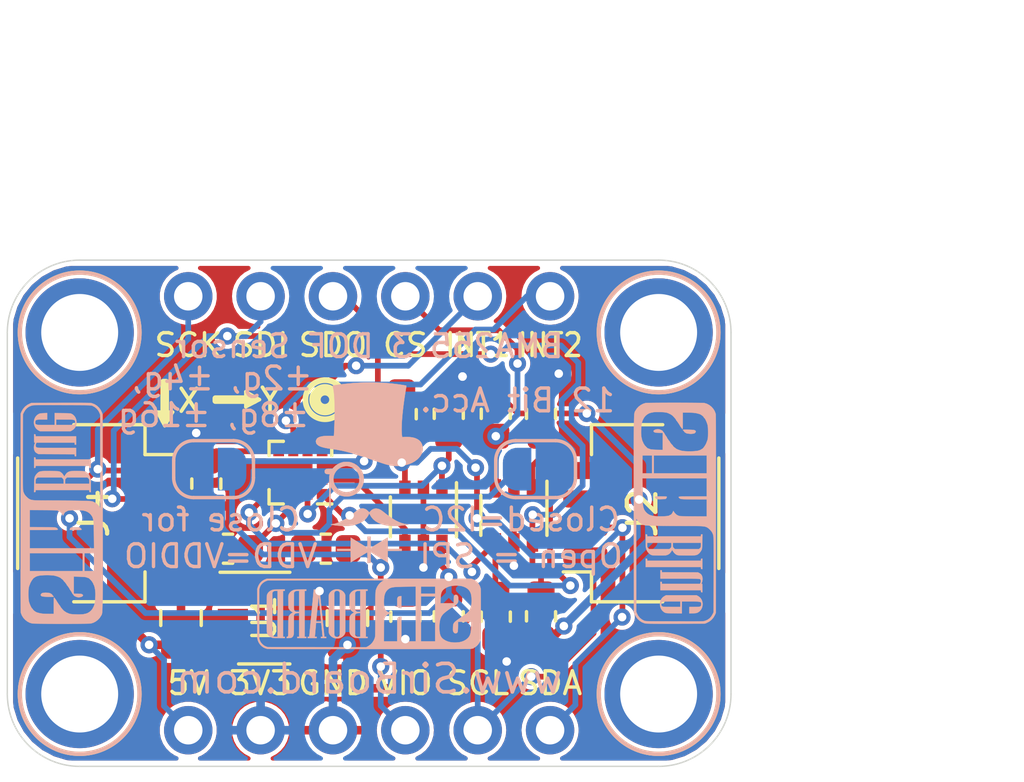
<source format=kicad_pcb>
(kicad_pcb (version 20171130) (host pcbnew "(5.1.2)-2")
  (title_block (title "BMA255 Breakout with 5V Level Shift") (date 2020-03-07) (rev 1) (company SirBoard) (comment 1 "Accelerometer: ±2g, ±4g, ±8g, ±16g") (comment 2 "Digital 12 Bit Accelerometer with I2C and SPI") (comment 3 "BMA255 - SirBlue"))
  (layers (0 F.Cu signal) (31 B.Cu signal) (34 B.Paste user hide) (35 F.Paste user hide) (36 B.SilkS user) (37 F.SilkS user) (38 B.Mask user hide) (39 F.Mask user hide) (44 Edge.Cuts user))
  (net 0 "")
  (net 1 GND)
  (net 2 5V)
  (net 3 3V3)
  (net 4 "Net-(U1-Pad4)")
  (net 5 SCL_5V)
  (net 6 SDA_3V3)
  (net 7 SDA_5V)
  (net 8 SCL_3V3)
  (net 9 CS_5V)
  (net 10 CS_3V3)
  (net 11 SDO_5V)
  (net 12 SDO_3V3)
  (net 13 VDDIO)
  (net 14 INT2)
  (net 15 INT1)
  (net 16 "Net-(JP2-Pad1)")
  (net 17 "Net-(U2-Pad4)")
  (module Package_LGA:LGA-12_2x2mm_P0.5mm (layer F.Cu) (at 62.8645 34.54 180)
    (fp_text reference U2 hide)
    (fp_text value BMA255)
    (pad 12 smd rect (at -0.25 -0.7625 270) (size 0.375 0.35) (layers F.Cu F.Paste F.Mask) (net 8 SCL_3V3))
    (pad 11 smd rect (at 0.25 -0.7625 270) (size 0.375 0.35) (layers F.Cu F.Paste F.Mask) (net 16 "Net-(JP2-Pad1)"))
    (pad 6 smd rect (at 0.25 0.7625 270) (size 0.375 0.35) (layers F.Cu F.Paste F.Mask) (net 14 INT2))
    (pad 5 smd rect (at -0.25 0.7625 270) (size 0.375 0.35) (layers F.Cu F.Paste F.Mask) (net 15 INT1))
    (pad 10 smd rect (at 0.7625 -0.75 180) (size 0.375 0.35) (layers F.Cu F.Paste F.Mask) (net 10 CS_3V3))
    (pad 1 smd rect (at -0.7625 -0.75 180) (size 0.375 0.35) (layers F.Cu F.Paste F.Mask) (net 12 SDO_3V3))
    (pad 7 smd rect (at 0.7625 0.75 180) (size 0.375 0.35) (layers F.Cu F.Paste F.Mask) (net 3 3V3))
    (pad 4 smd rect (at -0.7625 0.75 180) (size 0.375 0.35) (layers F.Cu F.Paste F.Mask) (net 17 "Net-(U2-Pad4)"))
    (pad 8 smd rect (at 0.7625 0.25 180) (size 0.375 0.35) (layers F.Cu F.Paste F.Mask) (net 1 GND))
    (pad 9 smd rect (at 0.7625 -0.25 180) (size 0.375 0.35) (layers F.Cu F.Paste F.Mask) (net 1 GND))
    (pad 3 smd rect (at -0.7625 0.25 180) (size 0.375 0.35) (layers F.Cu F.Paste F.Mask) (net 13 VDDIO))
    (pad 2 smd rect (at -0.7625 -0.25 180) (size 0.375 0.35) (layers F.Cu F.Paste F.Mask) (net 6 SDA_3V3))
  )
  (module Resistor_SMD:R_0603_1608Metric (layer F.Cu) (at 60.325 37.211 180)
    (fp_text reference R9 hide)
    (fp_text value 10K)
    (pad 2 smd roundrect (at 0.7875 0 180) (size 0.875 0.95) (layers F.Cu F.Paste F.Mask) (net 1 GND))
    (pad 1 smd roundrect (at -0.7875 0 180) (size 0.875 0.95) (layers F.Cu F.Paste F.Mask) (net 16 "Net-(JP2-Pad1)"))
  )
  (module Jumper:SolderJumper-2_P1.3mm_Open_RoundedPad1.0x1.5mm (layer B.Cu) (at 71.12 34.417)
    (fp_text reference JP2 hide)
    (fp_text value SolderJumper_2_Open)
    (pad 2 smd custom (at 0.65 0) (size 1 0.5) (layers B.Cu B.Mask) (net 3 3V3) (options (clearance outline) (anchor rect)) (primitives (gr_circle (center 0 -0.25) (end 0.5 -0.25) (width 0)) (gr_circle (center 0 0.25) (end 0.5 0.25) (width 0)) (gr_poly (pts (xy 0 0.75) (xy -0.5 0.75) (xy -0.5 -0.75) (xy 0 -0.75)) (width 0))))
    (pad 1 smd custom (at -0.65 0) (size 1 0.5) (layers B.Cu B.Mask) (net 16 "Net-(JP2-Pad1)") (options (clearance outline) (anchor rect)) (primitives (gr_circle (center 0 -0.25) (end 0.5 -0.25) (width 0)) (gr_circle (center 0 0.25) (end 0.5 0.25) (width 0)) (gr_poly (pts (xy 0 0.75) (xy 0.5 0.75) (xy 0.5 -0.75) (xy 0 -0.75)) (width 0))))
  )
  (module Jumper:SolderJumper-2_P1.3mm_Open_RoundedPad1.0x1.5mm (layer B.Cu) (at 59.817 34.417)
    (fp_text reference JP1 hide)
    (fp_text value SolderJumper_2_Open)
    (pad 1 smd custom (at -0.65 0) (size 1 0.5) (layers B.Cu B.Mask) (net 3 3V3) (options (clearance outline) (anchor rect)) (primitives (gr_circle (center 0 -0.25) (end 0.5 -0.25) (width 0)) (gr_circle (center 0 0.25) (end 0.5 0.25) (width 0)) (gr_poly (pts (xy 0 0.75) (xy 0.5 0.75) (xy 0.5 -0.75) (xy 0 -0.75)) (width 0))))
    (pad 2 smd custom (at 0.65 0) (size 1 0.5) (layers B.Cu B.Mask) (net 13 VDDIO) (options (clearance outline) (anchor rect)) (primitives (gr_circle (center 0 -0.25) (end 0.5 -0.25) (width 0)) (gr_circle (center 0 0.25) (end 0.5 0.25) (width 0)) (gr_poly (pts (xy 0 0.75) (xy -0.5 0.75) (xy -0.5 -0.75) (xy 0 -0.75)) (width 0))))
  )
  (module Capacitor_SMD:C_0603_1608Metric (layer F.Cu) (at 63.754 37.211 180)
    (fp_text reference C5 hide)
    (fp_text value 100nF)
    (pad 2 smd roundrect (at 0.7875 0 180) (size 0.875 0.95) (layers F.Cu F.Paste F.Mask) (net 1 GND))
    (pad 1 smd roundrect (at -0.7875 0 180) (size 0.875 0.95) (layers F.Cu F.Paste F.Mask) (net 13 VDDIO))
  )
  (module Capacitor_SMD:C_0603_1608Metric (layer F.Cu) (at 59.563 34.925 270)
    (fp_text reference C3 hide)
    (fp_text value 1uF)
    (pad 2 smd roundrect (at 0.7875 0 270) (size 0.875 0.95) (layers F.Cu F.Paste F.Mask) (net 1 GND))
    (pad 1 smd roundrect (at -0.7875 0 270) (size 0.875 0.95) (layers F.Cu F.Paste F.Mask) (net 3 3V3))
  )
  (module logo:SirBoard79x25 (layer B.Cu) (at 65.278 39.497 180)
    (fp_text reference G*** hide)
    (fp_text value LOGO hide)
  )
  (module logo:logo63x89 (layer B.Cu) (at 65.278 34.544 180)
    (fp_text reference G*** hide)
    (fp_text value LOGO hide)
  )
  (module logo:SirBlue78x29 (layer B.Cu) (at 76.0095 35.9664 270)
    (fp_text reference G*** hide)
    (fp_text value LOGO hide)
  )
  (module logo:SirBlue78x29 (layer B.Cu) (at 54.483 35.9664 90)
    (fp_text reference G*** hide)
    (fp_text value LOGO hide)
  )
  (module Connector_PinHeader_2.54mm:PinHeader_1x06_P2.54mm_Vertical (layer B.Cu) (at 58.928 28.3464 270)
    (fp_text reference J3 hide)
    (fp_text value Conn_01x06)
    (pad 6 thru_hole oval (at 0 -12.7 270) (size 1.7 1.7) (drill 1) (layers *.Cu *.Mask) (net 14 INT2))
    (pad 5 thru_hole oval (at 0 -10.16 270) (size 1.7 1.7) (drill 1) (layers *.Cu *.Mask) (net 15 INT1))
    (pad 4 thru_hole oval (at 0 -7.62 270) (size 1.7 1.7) (drill 1) (layers *.Cu *.Mask) (net 9 CS_5V))
    (pad 3 thru_hole oval (at 0 -5.08 270) (size 1.7 1.7) (drill 1) (layers *.Cu *.Mask) (net 11 SDO_5V))
    (pad 2 thru_hole oval (at 0 -2.54 270) (size 1.7 1.7) (drill 1) (layers *.Cu *.Mask) (net 7 SDA_5V))
    (pad 1 thru_hole circle (at 0 0 270) (size 1.7 1.7) (drill 1) (layers *.Cu *.Mask) (net 5 SCL_5V))
  )
  (module Connector_PinHeader_2.54mm:PinHeader_1x06_P2.54mm_Vertical (layer B.Cu) (at 58.928 43.5864 270)
    (fp_text reference J1 hide)
    (fp_text value Conn_01x06)
    (pad 6 thru_hole oval (at 0 -12.7 270) (size 1.7 1.7) (drill 1) (layers *.Cu *.Mask) (net 7 SDA_5V))
    (pad 5 thru_hole oval (at 0 -10.16 270) (size 1.7 1.7) (drill 1) (layers *.Cu *.Mask) (net 5 SCL_5V))
    (pad 4 thru_hole oval (at 0 -7.62 270) (size 1.7 1.7) (drill 1) (layers *.Cu *.Mask) (net 13 VDDIO))
    (pad 3 thru_hole oval (at 0 -5.08 270) (size 1.7 1.7) (drill 1) (layers *.Cu *.Mask) (net 1 GND))
    (pad 2 thru_hole oval (at 0 -2.54 270) (size 1.7 1.7) (drill 1) (layers *.Cu *.Mask) (net 3 3V3))
    (pad 1 thru_hole circle (at 0 0 270) (size 1.7 1.7) (drill 1) (layers *.Cu *.Mask) (net 2 5V))
  )
  (module Package_TO_SOT_SMD:SOT-23-5 (layer F.Cu) (at 61.595 39.6494)
    (fp_text reference U1 (at 0 0 90) (layer F.SilkS) (effects (font (size 0.8 0.8) (thickness 0.12))))
    (fp_text value AP2127K-3.3)
    (pad 5 smd rect (at 1.1 -0.95) (size 1.06 0.65) (layers F.Cu F.Paste F.Mask) (net 3 3V3))
    (pad 4 smd rect (at 1.1 0.95) (size 1.06 0.65) (layers F.Cu F.Paste F.Mask) (net 4 "Net-(U1-Pad4)"))
    (pad 3 smd rect (at -1.1 0.95) (size 1.06 0.65) (layers F.Cu F.Paste F.Mask) (net 2 5V))
    (pad 2 smd rect (at -1.1 0) (size 1.06 0.65) (layers F.Cu F.Paste F.Mask) (net 1 GND))
    (pad 1 smd rect (at -1.1 -0.95) (size 1.06 0.65) (layers F.Cu F.Paste F.Mask) (net 2 5V))
  )
  (module Connector_JST:JST_SH_SM04B-SRSS-TB_1x04-1MP_P1.00mm_Horizontal (layer F.Cu) (at 55.626 35.9664 270)
    (fp_text reference J4 (at 0 0 270) (layer F.SilkS))
    (fp_text value Conn_01x04)
    (pad MP smd roundrect (at 2.8 1.875 270) (size 1.2 1.8) (layers F.Cu F.Paste F.Mask) (roundrect_rratio 0.208333))
    (pad MP smd roundrect (at -2.8 1.875 270) (size 1.2 1.8) (layers F.Cu F.Paste F.Mask) (roundrect_rratio 0.208333))
    (pad 4 smd roundrect (at 1.5 -2 270) (size 0.6 1.55) (layers F.Cu F.Paste F.Mask) (net 1 GND))
    (pad 3 smd roundrect (at 0.5 -2 270) (size 0.6 1.55) (layers F.Cu F.Paste F.Mask) (net 2 5V))
    (pad 2 smd roundrect (at -0.5 -2 270) (size 0.6 1.55) (layers F.Cu F.Paste F.Mask) (net 7 SDA_5V))
    (pad 1 smd roundrect (at -1.5 -2 270) (size 0.6 1.55) (layers F.Cu F.Paste F.Mask) (net 5 SCL_5V))
  )
  (module Connector_JST:JST_SH_SM04B-SRSS-TB_1x04-1MP_P1.00mm_Horizontal (layer F.Cu) (at 74.8665 35.9664 90)
    (fp_text reference J2 (at 0 0 90) (layer F.SilkS))
    (fp_text value Conn_01x04)
    (pad MP smd roundrect (at 2.8 1.875 90) (size 1.2 1.8) (layers F.Cu F.Paste F.Mask) (roundrect_rratio 0.208333))
    (pad MP smd roundrect (at -2.8 1.875 90) (size 1.2 1.8) (layers F.Cu F.Paste F.Mask) (roundrect_rratio 0.208333))
    (pad 4 smd roundrect (at 1.5 -2 90) (size 0.6 1.55) (layers F.Cu F.Paste F.Mask) (net 1 GND))
    (pad 3 smd roundrect (at 0.5 -2 90) (size 0.6 1.55) (layers F.Cu F.Paste F.Mask) (net 2 5V))
    (pad 2 smd roundrect (at -0.5 -2 90) (size 0.6 1.55) (layers F.Cu F.Paste F.Mask) (net 7 SDA_5V))
    (pad 1 smd roundrect (at -1.5 -2 90) (size 0.6 1.55) (layers F.Cu F.Paste F.Mask) (net 5 SCL_5V))
  )
  (module Capacitor_SMD:C_0805_2012Metric (layer F.Cu) (at 64.516 39.6494 270)
    (fp_text reference C4 hide)
    (fp_text value 10uF)
    (pad 2 smd roundrect (at 0.9375 0 270) (size 0.975 1.4) (layers F.Cu F.Paste F.Mask) (net 1 GND))
    (pad 1 smd roundrect (at -0.9375 0 270) (size 0.975 1.4) (layers F.Cu F.Paste F.Mask) (net 3 3V3))
  )
  (module Capacitor_SMD:C_0805_2012Metric (layer F.Cu) (at 58.674 39.6494 90)
    (fp_text reference C1 hide)
    (fp_text value 10uF)
    (pad 2 smd roundrect (at 0.9375 0 90) (size 0.975 1.4) (layers F.Cu F.Paste F.Mask) (net 1 GND))
    (pad 1 smd roundrect (at -0.9375 0 90) (size 0.975 1.4) (layers F.Cu F.Paste F.Mask) (net 2 5V))
  )
  (module SirBoardLibrary:MountingHole_M2.5_SirBoard (layer F.Cu) (at 55.118 42.3164 270)
    (fp_text reference H1 hide)
    (fp_text value MountingHole)
    (pad 1 thru_hole circle (at 0 0 270) (size 3.8 3.8) (drill 2.7) (layers *.Cu *.Mask))
  )
  (module SirBoardLibrary:MountingHole_M2.5_SirBoard (layer F.Cu) (at 55.118 29.6164 270)
    (fp_text reference H2 hide)
    (fp_text value MountingHole)
    (pad 1 thru_hole circle (at 0 0 270) (size 3.8 3.8) (drill 2.7) (layers *.Cu *.Mask))
  )
  (module SirBoardLibrary:MountingHole_M2.5_SirBoard (layer F.Cu) (at 75.438 42.3164 90)
    (fp_text reference H3 hide)
    (fp_text value MountingHole)
    (pad 1 thru_hole circle (at 0 0 90) (size 3.8 3.8) (drill 2.7) (layers *.Cu *.Mask))
  )
  (module SirBoardLibrary:MountingHole_M2.5_SirBoard (layer F.Cu) (at 75.438 29.6164 90)
    (fp_text reference H4 hide)
    (fp_text value MountingHole)
    (pad 1 thru_hole circle (at 0 0 90) (size 3.8 3.8) (drill 2.7) (layers *.Cu *.Mask))
  )
  (module Resistor_SMD:R_0603_1608Metric (layer F.Cu) (at 66.421 32.4866 270)
    (fp_text reference R8 hide)
    (fp_text value 10K)
    (pad 2 smd roundrect (at 0.7875 0 270) (size 0.875 0.95) (layers F.Cu F.Paste F.Mask) (net 7 SDA_5V))
    (pad 1 smd roundrect (at -0.7875 0 270) (size 0.875 0.95) (layers F.Cu F.Paste F.Mask) (net 2 5V))
  )
  (module Resistor_SMD:R_0603_1608Metric (layer F.Cu) (at 66.548 39.5986 270)
    (fp_text reference R7 hide)
    (fp_text value 10K)
    (pad 2 smd roundrect (at 0.7875 0 270) (size 0.875 0.95) (layers F.Cu F.Paste F.Mask) (net 3 3V3))
    (pad 1 smd roundrect (at -0.7875 0 270) (size 0.875 0.95) (layers F.Cu F.Paste F.Mask) (net 6 SDA_3V3))
  )
  (module Resistor_SMD:R_0603_1608Metric (layer F.Cu) (at 68.072 39.5859 90)
    (fp_text reference R6 hide)
    (fp_text value 10K)
    (pad 2 smd roundrect (at 0.7875 0 90) (size 0.875 0.95) (layers F.Cu F.Paste F.Mask) (net 5 SCL_5V))
    (pad 1 smd roundrect (at -0.7875 0 90) (size 0.875 0.95) (layers F.Cu F.Paste F.Mask) (net 2 5V))
  )
  (module Resistor_SMD:R_0603_1608Metric (layer F.Cu) (at 68.072 32.4739 90)
    (fp_text reference R5 hide)
    (fp_text value 10K)
    (pad 2 smd roundrect (at 0.7875 0 90) (size 0.875 0.95) (layers F.Cu F.Paste F.Mask) (net 3 3V3))
    (pad 1 smd roundrect (at -0.7875 0 90) (size 0.875 0.95) (layers F.Cu F.Paste F.Mask) (net 8 SCL_3V3))
  )
  (module Resistor_SMD:R_0603_1608Metric (layer F.Cu) (at 69.723 32.4739 270)
    (fp_text reference R4 hide)
    (fp_text value 10K)
    (pad 2 smd roundrect (at 0.7875 0 270) (size 0.875 0.95) (layers F.Cu F.Paste F.Mask) (net 9 CS_5V))
    (pad 1 smd roundrect (at -0.7875 0 270) (size 0.875 0.95) (layers F.Cu F.Paste F.Mask) (net 2 5V))
  )
  (module Resistor_SMD:R_0603_1608Metric (layer F.Cu) (at 69.723 39.5986 270)
    (fp_text reference R3 hide)
    (fp_text value 10K)
    (pad 2 smd roundrect (at 0.7875 0 270) (size 0.875 0.95) (layers F.Cu F.Paste F.Mask) (net 3 3V3))
    (pad 1 smd roundrect (at -0.7875 0 270) (size 0.875 0.95) (layers F.Cu F.Paste F.Mask) (net 10 CS_3V3))
  )
  (module Resistor_SMD:R_0603_1608Metric (layer F.Cu) (at 71.3105 39.5859 90)
    (fp_text reference R2 hide)
    (fp_text value 10K)
    (pad 2 smd roundrect (at 0.7875 0 90) (size 0.875 0.95) (layers F.Cu F.Paste F.Mask) (net 11 SDO_5V))
    (pad 1 smd roundrect (at -0.7875 0 90) (size 0.875 0.95) (layers F.Cu F.Paste F.Mask) (net 2 5V))
  )
  (module Resistor_SMD:R_0603_1608Metric (layer F.Cu) (at 71.3105 32.4739 90)
    (fp_text reference R1 hide)
    (fp_text value 10K)
    (pad 2 smd roundrect (at 0.7875 0 90) (size 0.875 0.95) (layers F.Cu F.Paste F.Mask) (net 3 3V3))
    (pad 1 smd roundrect (at -0.7875 0 90) (size 0.875 0.95) (layers F.Cu F.Paste F.Mask) (net 12 SDO_3V3))
  )
  (module Package_TO_SOT_SMD:SOT-363_SC-70-6 (layer F.Cu) (at 67.183 36.0934 270)
    (fp_text reference Q2 hide)
    (fp_text value BSS138DW)
    (pad 6 smd rect (at 0.95 -0.65 270) (size 0.65 0.4) (layers F.Cu F.Paste F.Mask) (net 5 SCL_5V))
    (pad 4 smd rect (at 0.95 0.65 270) (size 0.65 0.4) (layers F.Cu F.Paste F.Mask) (net 6 SDA_3V3))
    (pad 2 smd rect (at -0.95 0 270) (size 0.65 0.4) (layers F.Cu F.Paste F.Mask) (net 3 3V3))
    (pad 5 smd rect (at 0.95 0 270) (size 0.65 0.4) (layers F.Cu F.Paste F.Mask) (net 3 3V3))
    (pad 3 smd rect (at -0.95 0.65 270) (size 0.65 0.4) (layers F.Cu F.Paste F.Mask) (net 7 SDA_5V))
    (pad 1 smd rect (at -0.95 -0.65 270) (size 0.65 0.4) (layers F.Cu F.Paste F.Mask) (net 8 SCL_3V3))
  )
  (module Package_TO_SOT_SMD:SOT-363_SC-70-6 (layer F.Cu) (at 70.358 36.0426 270)
    (fp_text reference Q1 hide)
    (fp_text value BSS138DW)
    (pad 6 smd rect (at 0.95 -0.65 270) (size 0.65 0.4) (layers F.Cu F.Paste F.Mask) (net 11 SDO_5V))
    (pad 4 smd rect (at 0.95 0.65 270) (size 0.65 0.4) (layers F.Cu F.Paste F.Mask) (net 10 CS_3V3))
    (pad 2 smd rect (at -0.95 0 270) (size 0.65 0.4) (layers F.Cu F.Paste F.Mask) (net 3 3V3))
    (pad 5 smd rect (at 0.95 0 270) (size 0.65 0.4) (layers F.Cu F.Paste F.Mask) (net 3 3V3))
    (pad 3 smd rect (at -0.95 0.65 270) (size 0.65 0.4) (layers F.Cu F.Paste F.Mask) (net 9 CS_5V))
    (pad 1 smd rect (at -0.95 -0.65 270) (size 0.65 0.4) (layers F.Cu F.Paste F.Mask) (net 12 SDO_3V3))
  )
  (gr_text "12 Bit Acc." (at 70.485 32.004) (layer B.SilkS) (effects (font (size 0.8 0.8) (thickness 0.12)) (justify mirror)))
  (gr_text "Closed=I2C\nOpen = SPI" (at 70.612 36.83) (layer B.SilkS) (effects (font (size 0.8 0.8) (thickness 0.12)) (justify mirror)))
  (gr_text "BMA255 3 DOF Sensor" (at 65.278 30.099) (layer B.SilkS) (effects (font (size 0.8 0.8) (thickness 0.12)) (justify mirror)))
  (gr_text "Close for\nVDD=VDDIO" (at 60.071 36.83) (layer B.SilkS) (effects (font (size 0.8 0.8) (thickness 0.12)) (justify mirror)))
  (gr_text X (at 58.951 32.0167) (layer F.SilkS) (effects (font (size 0.8 0.8) (thickness 0.13))))
  (gr_text Z (at 65.0343 32.0167 180) (layer F.SilkS) (effects (font (size 0.8 0.8) (thickness 0.13))))
  (gr_text Y (at 61.7982 31.9786) (layer F.SilkS) (effects (font (size 0.8 0.8) (thickness 0.13))))
  (gr_arc (start 63.7262 31.9786) (end 63.7516 31.2928) (angle -357.8050689) (layer F.SilkS) (width 0.2))
  (gr_circle (center 63.7262 31.9786) (end 63.8762 31.9786) (layer F.SilkS) (width 0.4))
  (gr_line (start 58.1025 32.8954) (end 57.8485 32.4128) (layer F.SilkS) (width 0.12))
  (gr_line (start 58.1025 32.8954) (end 58.3819 32.4128) (layer F.SilkS) (width 0.12))
  (gr_line (start 58.0517 31.346) (end 58.0517 32.7176) (layer F.SilkS) (width 0.2))
  (gr_line (start 58.1533 31.346) (end 58.1533 32.7176) (layer F.SilkS) (width 0.2))
  (gr_line (start 58.1025 31.346) (end 58.1025 32.7176) (layer F.SilkS) (width 0.2))
  (gr_line (start 58.3819 32.4128) (end 57.8485 32.4128) (layer F.SilkS) (width 0.12))
  (gr_line (start 58.3057 32.489) (end 57.9247 32.489) (layer F.SilkS) (width 0.12))
  (gr_line (start 61.4299 31.9762) (end 60.9473 32.2302) (layer F.SilkS) (width 0.12))
  (gr_line (start 61.4299 31.9762) (end 60.9473 31.6968) (layer F.SilkS) (width 0.12))
  (gr_line (start 59.8805 31.9762) (end 61.2521 31.9762) (layer F.SilkS) (width 0.2))
  (gr_line (start 59.8805 31.9254) (end 61.2521 31.9254) (layer F.SilkS) (width 0.2))
  (gr_line (start 59.8805 32.027) (end 61.2521 32.027) (layer F.SilkS) (width 0.2))
  (gr_line (start 61.0235 31.773) (end 61.0235 32.154) (layer F.SilkS) (width 0.12))
  (gr_line (start 60.9473 31.6968) (end 60.9473 32.2302) (layer F.SilkS) (width 0.12))
  (gr_text "±2g, ±4g, \n±8g, ±16g" (at 59.817 31.877) (layer B.SilkS) (effects (font (size 0.8 0.8) (thickness 0.12)) (justify mirror)))
  (gr_text INT2 (at 71.628 30.0609) (layer F.SilkS) (effects (font (size 0.8 0.7) (thickness 0.12))))
  (gr_text INT1 (at 69.088 30.0609) (layer F.SilkS) (effects (font (size 0.8 0.7) (thickness 0.12))))
  (gr_text SCK (at 58.928 30.0609) (layer F.SilkS) (effects (font (size 0.8 0.8) (thickness 0.12))))
  (gr_text SDI (at 61.468 30.0609) (layer F.SilkS) (effects (font (size 0.8 0.8) (thickness 0.12))))
  (gr_text SDO (at 64.008 30.0609) (layer F.SilkS) (effects (font (size 0.8 0.8) (thickness 0.12))))
  (gr_text CS (at 66.548 30.0609) (layer F.SilkS) (effects (font (size 0.8 0.8) (thickness 0.12))))
  (gr_text 5V (at 58.928 41.9354) (layer F.SilkS) (effects (font (size 0.8 0.8) (thickness 0.12))))
  (gr_text 3V3 (at 61.468 41.9354) (layer F.SilkS) (effects (font (size 0.8 0.8) (thickness 0.12))))
  (gr_text GND (at 64.008 41.9354) (layer F.SilkS) (effects (font (size 0.8 0.8) (thickness 0.12))))
  (gr_text VIO (at 66.548 41.9354) (layer F.SilkS) (effects (font (size 0.8 0.8) (thickness 0.12))))
  (gr_text SCL (at 69.088 41.9354) (layer F.SilkS) (effects (font (size 0.8 0.8) (thickness 0.12))))
  (gr_text SDA (at 71.628 41.9354) (layer F.SilkS) (effects (font (size 0.8 0.8) (thickness 0.12))))
  (gr_arc (start 55.118 29.6164) (end 55.118 27.0764) (angle -90) (layer Edge.Cuts) (width 0.05))
  (gr_arc (start 75.438 29.6164) (end 77.978 29.6164) (angle -90) (layer Edge.Cuts) (width 0.05))
  (gr_arc (start 75.438 42.3164) (end 75.438 44.8564) (angle -90) (layer Edge.Cuts) (width 0.05))
  (gr_arc (start 55.118 42.3164) (end 52.578 42.3164) (angle -90) (layer Edge.Cuts) (width 0.05))
  (gr_line (start 52.578 42.3164) (end 52.578 29.6164) (layer Edge.Cuts) (width 0.05))
  (gr_line (start 55.118 27.0764) (end 75.438 27.0764) (layer Edge.Cuts) (width 0.05))
  (gr_line (start 77.978 29.6164) (end 77.978 42.3164) (layer Edge.Cuts) (width 0.05))
  (gr_line (start 75.438 44.8564) (end 55.118 44.8564) (layer Edge.Cuts) (width 0.05))
  (gr_text www.SirBoard.com (at 65.278 41.783) (layer B.SilkS) (effects (font (size 1 1) (thickness 0.13)) (justify mirror)))
  (via (at 64.516 40.5892) (size 0.6) (drill 0.3) (layers F.Cu B.Cu) (net 1))
  (segment (start 64.008 41.0972) (end 64.516 40.5892) (width 0.3) (layer B.Cu) (net 1))
  (segment (start 64.008 43.5864) (end 64.008 41.0972) (width 0.3) (layer B.Cu) (net 1))
  (segment (start 58.6865 40.5994) (end 58.674 40.5869) (width 0.3) (layer F.Cu) (net 2))
  (segment (start 60.495 40.5994) (end 58.6865 40.5994) (width 0.3) (layer F.Cu) (net 2))
  (segment (start 61.2165 40.5994) (end 60.495 40.5994) (width 0.3) (layer F.Cu) (net 2))
  (segment (start 61.468 40.3479) (end 61.2165 40.5994) (width 0.3) (layer F.Cu) (net 2))
  (segment (start 61.468 38.9509) (end 61.468 40.3479) (width 0.3) (layer F.Cu) (net 2))
  (segment (start 60.495 38.6994) (end 61.2165 38.6994) (width 0.3) (layer F.Cu) (net 2))
  (segment (start 61.2165 38.6994) (end 61.468 38.9509) (width 0.3) (layer F.Cu) (net 2))
  (segment (start 70.848888 39.911788) (end 71.3105 40.3734) (width 0.2) (layer F.Cu) (net 2))
  (segment (start 70.523 39.5859) (end 70.848888 39.911788) (width 0.2) (layer F.Cu) (net 2))
  (segment (start 68.072 40.3734) (end 68.8595 39.5859) (width 0.2) (layer F.Cu) (net 2))
  (segment (start 68.8595 39.5859) (end 70.523 39.5859) (width 0.2) (layer F.Cu) (net 2))
  (segment (start 69.261388 32.148012) (end 69.723 31.6864) (width 0.2) (layer F.Cu) (net 2))
  (segment (start 68.9355 32.4739) (end 69.261388 32.148012) (width 0.2) (layer F.Cu) (net 2))
  (segment (start 66.421 31.6991) (end 67.1958 32.4739) (width 0.2) (layer F.Cu) (net 2))
  (segment (start 67.1958 32.4739) (end 68.9355 32.4739) (width 0.2) (layer F.Cu) (net 2))
  (via (at 72.1106 39.9288) (size 0.6) (drill 0.3) (layers F.Cu B.Cu) (net 2))
  (segment (start 71.3105 40.3734) (end 71.666 40.3734) (width 0.3) (layer F.Cu) (net 2))
  (segment (start 71.666 40.3734) (end 72.1106 39.9288) (width 0.3) (layer F.Cu) (net 2))
  (segment (start 72.1106 39.9288) (end 75.1078 36.9316) (width 0.3) (layer B.Cu) (net 2))
  (via (at 74.7522 35.4838) (size 0.6) (drill 0.3) (layers F.Cu B.Cu) (net 2))
  (segment (start 75.1078 36.9316) (end 75.1078 35.8394) (width 0.3) (layer B.Cu) (net 2))
  (segment (start 75.1078 35.8394) (end 74.7522 35.4838) (width 0.3) (layer B.Cu) (net 2))
  (segment (start 72.8839 35.4838) (end 72.8665 35.4664) (width 0.3) (layer F.Cu) (net 2))
  (segment (start 74.7522 35.4838) (end 72.8839 35.4838) (width 0.3) (layer F.Cu) (net 2))
  (segment (start 57.5541 40.5869) (end 58.674 40.5869) (width 0.3) (layer F.Cu) (net 2))
  (segment (start 55.7784 38.8112) (end 57.5541 40.5869) (width 0.3) (layer F.Cu) (net 2))
  (segment (start 55.7784 37.0586) (end 55.7784 38.8112) (width 0.3) (layer F.Cu) (net 2))
  (segment (start 57.626 36.4664) (end 56.3706 36.4664) (width 0.3) (layer F.Cu) (net 2))
  (segment (start 56.3706 36.4664) (end 55.7784 37.0586) (width 0.3) (layer F.Cu) (net 2))
  (segment (start 60.495 41.3434) (end 60.495 40.5994) (width 0.3) (layer F.Cu) (net 2))
  (segment (start 61.2648 42.1132) (end 60.495 41.3434) (width 0.3) (layer F.Cu) (net 2))
  (segment (start 68.072 40.3734) (end 66.3322 42.1132) (width 0.3) (layer F.Cu) (net 2))
  (segment (start 66.3322 42.1132) (end 61.2648 42.1132) (width 0.3) (layer F.Cu) (net 2))
  (segment (start 57.5541 40.5869) (end 57.5541 40.5869) (width 0.3) (layer F.Cu) (net 2))
  (via (at 57.5541 40.5869) (size 0.6) (drill 0.3) (layers F.Cu B.Cu) (net 2))
  (segment (start 57.854099 40.886899) (end 57.5541 40.5869) (width 0.2) (layer B.Cu) (net 2))
  (segment (start 58.078001 41.110801) (end 57.854099 40.886899) (width 0.2) (layer B.Cu) (net 2))
  (segment (start 58.078001 42.736401) (end 58.078001 41.110801) (width 0.2) (layer B.Cu) (net 2))
  (segment (start 58.928 43.5864) (end 58.078001 42.736401) (width 0.2) (layer B.Cu) (net 2))
  (segment (start 72.492746 32.4612) (end 72.91701 32.4612) (width 0.2) (layer F.Cu) (net 2))
  (segment (start 73.217009 32.761199) (end 72.91701 32.4612) (width 0.2) (layer B.Cu) (net 2))
  (segment (start 74.7522 34.29639) (end 73.217009 32.761199) (width 0.2) (layer B.Cu) (net 2))
  (segment (start 70.4978 32.4612) (end 72.492746 32.4612) (width 0.2) (layer F.Cu) (net 2))
  (segment (start 69.723 31.6864) (end 70.4978 32.4612) (width 0.2) (layer F.Cu) (net 2))
  (via (at 72.91701 32.4612) (size 0.6) (drill 0.3) (layers F.Cu B.Cu) (net 2))
  (segment (start 74.7522 35.4838) (end 74.7522 34.29639) (width 0.2) (layer B.Cu) (net 2))
  (segment (start 64.5035 38.6994) (end 64.516 38.7119) (width 0.3) (layer F.Cu) (net 3))
  (segment (start 62.695 38.6994) (end 63.5356 38.6994) (width 0.3) (layer F.Cu) (net 3))
  (segment (start 63.561 38.6994) (end 64.5035 38.6994) (width 0.3) (layer F.Cu) (net 3))
  (via (at 66.548 40.386) (size 0.6) (drill 0.3) (layers F.Cu B.Cu) (net 3))
  (segment (start 66.1902 40.3861) (end 66.548 40.3861) (width 0.2) (layer F.Cu) (net 3))
  (segment (start 67.183 37.0434) (end 67.183 35.1434) (width 0.2) (layer F.Cu) (net 3))
  (segment (start 70.358 35.0926) (end 70.358 36.9926) (width 0.2) (layer F.Cu) (net 3))
  (via (at 67.183 37.8714) (size 0.6) (drill 0.3) (layers F.Cu B.Cu) (net 3))
  (segment (start 67.183 37.0434) (end 67.183 37.8714) (width 0.2) (layer F.Cu) (net 3))
  (via (at 70.104 41.1734) (size 0.6) (drill 0.3) (layers F.Cu B.Cu) (net 3))
  (segment (start 69.723 40.3861) (end 69.723 40.7924) (width 0.2) (layer F.Cu) (net 3))
  (segment (start 69.723 40.7924) (end 70.104 41.1734) (width 0.2) (layer F.Cu) (net 3))
  (via (at 71.9328 31.0642) (size 0.6) (drill 0.3) (layers F.Cu B.Cu) (net 3))
  (segment (start 71.3105 31.6864) (end 71.3106 31.6864) (width 0.3) (layer F.Cu) (net 3))
  (segment (start 71.3106 31.6864) (end 71.9328 31.0642) (width 0.3) (layer F.Cu) (net 3))
  (via (at 68.5546 31.1658) (size 0.6) (drill 0.3) (layers F.Cu B.Cu) (net 3))
  (segment (start 68.072 31.6864) (end 68.072 31.6484) (width 0.3) (layer F.Cu) (net 3))
  (segment (start 68.072 31.6484) (end 68.5546 31.1658) (width 0.3) (layer F.Cu) (net 3))
  (via (at 68.5546 31.1658) (size 0.6) (drill 0.3) (layers F.Cu B.Cu) (net 3))
  (segment (start 63.5356 38.6994) (end 63.561 38.6994) (width 0.3) (layer F.Cu) (net 3))
  (segment (start 59.9105 33.79) (end 59.563 34.1375) (width 0.2) (layer F.Cu) (net 3))
  (segment (start 62.102 33.79) (end 59.9105 33.79) (width 0.2) (layer F.Cu) (net 3))
  (via (at 59.2074 33.147) (size 0.6) (drill 0.3) (layers F.Cu B.Cu) (net 3))
  (segment (start 59.563 34.1375) (end 59.563 33.5026) (width 0.2) (layer F.Cu) (net 3))
  (segment (start 59.563 33.5026) (end 59.2074 33.147) (width 0.2) (layer F.Cu) (net 3))
  (segment (start 59.2074 34.3766) (end 59.167 34.417) (width 0.2) (layer B.Cu) (net 3))
  (segment (start 59.2074 33.147) (end 59.2074 34.3766) (width 0.2) (layer B.Cu) (net 3))
  (segment (start 70.358 36.9926) (end 70.358 37.8079) (width 0.2) (layer F.Cu) (net 3))
  (via (at 70.358 37.8079) (size 0.6) (drill 0.3) (layers F.Cu B.Cu) (net 3))
  (segment (start 63.5356 38.6994) (end 63.5356 38.6994) (width 0.3) (layer F.Cu) (net 3))
  (via (at 63.5356 38.6994) (size 0.6) (drill 0.3) (layers F.Cu B.Cu) (net 3))
  (segment (start 67.833 37.0434) (end 67.833 37.8229) (width 0.2) (layer F.Cu) (net 5))
  (segment (start 68.072 38.0619) (end 68.072 38.7984) (width 0.2) (layer F.Cu) (net 5))
  (segment (start 67.833 37.8229) (end 68.072 38.0619) (width 0.2) (layer F.Cu) (net 5))
  (via (at 68.072 38.2016) (size 0.6) (drill 0.3) (layers F.Cu B.Cu) (net 5))
  (segment (start 68.072 38.0619) (end 68.071994 38.061906) (width 0.2) (layer F.Cu) (net 5))
  (segment (start 70.9676 41.7068) (end 69.088 43.5864) (width 0.2) (layer B.Cu) (net 5))
  (segment (start 71.628 41.7068) (end 70.9676 41.7068) (width 0.2) (layer F.Cu) (net 5))
  (segment (start 73.152 40.1828) (end 71.628 41.7068) (width 0.2) (layer F.Cu) (net 5))
  (segment (start 72.8665 37.4664) (end 73.152 37.7519) (width 0.2) (layer F.Cu) (net 5))
  (segment (start 73.152 37.7519) (end 73.152 40.1828) (width 0.2) (layer F.Cu) (net 5))
  (via (at 54.7624 36.1442) (size 0.6) (drill 0.3) (layers F.Cu B.Cu) (net 5))
  (segment (start 54.7624 35.3822) (end 54.7624 36.1442) (width 0.2) (layer F.Cu) (net 5))
  (segment (start 57.626 34.4664) (end 55.6782 34.4664) (width 0.2) (layer F.Cu) (net 5))
  (segment (start 55.6782 34.4664) (end 54.7624 35.3822) (width 0.2) (layer F.Cu) (net 5))
  (via (at 55.753 34.417) (size 0.6) (drill 0.3) (layers F.Cu B.Cu) (net 5))
  (segment (start 55.753 33.02) (end 55.753 34.417) (width 0.2) (layer B.Cu) (net 5))
  (segment (start 58.928 28.3464) (end 58.928 29.845) (width 0.2) (layer B.Cu) (net 5))
  (segment (start 58.928 29.845) (end 55.753 33.02) (width 0.2) (layer B.Cu) (net 5))
  (segment (start 68.072 38.7984) (end 68.072 38.2016) (width 0.2) (layer B.Cu) (net 5))
  (segment (start 69.088 39.8144) (end 68.072 38.7984) (width 0.2) (layer B.Cu) (net 5))
  (segment (start 69.088 43.5864) (end 69.088 39.8144) (width 0.2) (layer B.Cu) (net 5))
  (segment (start 67.3988 39.4716) (end 68.072 38.7984) (width 0.2) (layer B.Cu) (net 5))
  (segment (start 57.4294 39.4716) (end 67.3988 39.4716) (width 0.2) (layer B.Cu) (net 5))
  (segment (start 54.7624 36.1442) (end 54.7624 36.8046) (width 0.2) (layer B.Cu) (net 5))
  (segment (start 54.7624 36.8046) (end 57.4294 39.4716) (width 0.2) (layer B.Cu) (net 5))
  (segment (start 70.9676 41.7068) (end 70.9676 41.7068) (width 0.2) (layer F.Cu) (net 5))
  (via (at 70.9676 41.7068) (size 0.6) (drill 0.3) (layers F.Cu B.Cu) (net 5))
  (segment (start 66.533 38.7961) (end 66.548 38.8111) (width 0.2) (layer F.Cu) (net 6))
  (segment (start 66.533 37.0434) (end 66.533 38.7961) (width 0.2) (layer F.Cu) (net 6))
  (segment (start 66.533 37.0434) (end 66.533 36.815) (width 0.2) (layer F.Cu) (net 6))
  (segment (start 64.0145 34.79) (end 63.627 34.79) (width 0.2) (layer F.Cu) (net 6))
  (segment (start 64.8046 34.79) (end 64.0145 34.79) (width 0.2) (layer F.Cu) (net 6))
  (segment (start 66.533 36.5184) (end 64.8046 34.79) (width 0.2) (layer F.Cu) (net 6))
  (segment (start 66.533 37.0434) (end 66.533 36.5184) (width 0.2) (layer F.Cu) (net 6))
  (segment (start 66.421 33.2741) (end 66.421 34.1884) (width 0.2) (layer F.Cu) (net 7))
  (segment (start 66.533 34.3004) (end 66.533 35.1434) (width 0.2) (layer F.Cu) (net 7))
  (segment (start 66.421 34.1884) (end 66.533 34.3004) (width 0.2) (layer F.Cu) (net 7))
  (segment (start 66.421 34.1884) (end 66.421 34.1884) (width 0.2) (layer F.Cu) (net 7))
  (via (at 66.421 34.1884) (size 0.6) (drill 0.3) (layers F.Cu B.Cu) (net 7))
  (via (at 69.0626 36.1442) (size 0.6) (drill 0.3) (layers F.Cu B.Cu) (net 7))
  (via (at 74.168 36.4744) (size 0.6) (drill 0.3) (layers F.Cu B.Cu) (net 7))
  (segment (start 74.16 36.4664) (end 72.8665 36.4664) (width 0.2) (layer F.Cu) (net 7))
  (segment (start 74.168 36.4744) (end 74.16 36.4664) (width 0.2) (layer F.Cu) (net 7))
  (segment (start 74.168 39.637844) (end 74.168 36.4744) (width 0.2) (layer F.Cu) (net 7))
  (segment (start 57.626 35.4664) (end 56.269 35.4664) (width 0.2) (layer F.Cu) (net 7))
  (segment (start 56.269 35.4664) (end 56.261 35.4584) (width 0.2) (layer F.Cu) (net 7))
  (via (at 56.261 35.4584) (size 0.6) (drill 0.3) (layers F.Cu B.Cu) (net 7))
  (via (at 60.2996 29.7434) (size 0.6) (drill 0.3) (layers F.Cu B.Cu) (net 7))
  (segment (start 59.6392 29.7434) (end 60.2996 29.7434) (width 0.2) (layer B.Cu) (net 7))
  (segment (start 56.3118 33.0708) (end 59.6392 29.7434) (width 0.2) (layer B.Cu) (net 7))
  (segment (start 56.261 35.4584) (end 56.3118 35.4076) (width 0.2) (layer B.Cu) (net 7))
  (segment (start 56.3118 35.4076) (end 56.3118 33.0708) (width 0.2) (layer B.Cu) (net 7))
  (segment (start 60.96 29.7434) (end 60.2996 29.7434) (width 0.2) (layer B.Cu) (net 7))
  (segment (start 61.468 28.3464) (end 61.468 29.2354) (width 0.2) (layer B.Cu) (net 7))
  (segment (start 61.468 29.2354) (end 60.96 29.7434) (width 0.2) (layer B.Cu) (net 7))
  (segment (start 60.723864 29.7434) (end 60.2996 29.7434) (width 0.2) (layer F.Cu) (net 7))
  (segment (start 65.0748 29.7434) (end 60.723864 29.7434) (width 0.2) (layer F.Cu) (net 7))
  (segment (start 65.5828 30.2514) (end 65.0748 29.7434) (width 0.2) (layer F.Cu) (net 7))
  (segment (start 65.5828 32.4358) (end 65.5828 30.2514) (width 0.2) (layer F.Cu) (net 7))
  (segment (start 66.421 33.2741) (end 66.421 33.274) (width 0.2) (layer F.Cu) (net 7))
  (segment (start 66.421 33.274) (end 65.5828 32.4358) (width 0.2) (layer F.Cu) (net 7))
  (segment (start 73.1774 37.465) (end 74.168 36.4744) (width 0.2) (layer B.Cu) (net 7))
  (segment (start 70.993 37.465) (end 73.1774 37.465) (width 0.2) (layer B.Cu) (net 7))
  (segment (start 69.743599 36.215599) (end 70.993 37.465) (width 0.2) (layer B.Cu) (net 7))
  (segment (start 69.0626 36.1442) (end 69.133999 36.215599) (width 0.2) (layer B.Cu) (net 7))
  (segment (start 69.133999 36.215599) (end 69.743599 36.215599) (width 0.2) (layer B.Cu) (net 7))
  (via (at 69.0118 34.3662) (size 0.6) (drill 0.3) (layers F.Cu B.Cu) (net 7))
  (segment (start 69.0626 36.1442) (end 69.0626 34.417) (width 0.2) (layer F.Cu) (net 7))
  (segment (start 69.0626 34.417) (end 69.0118 34.3662) (width 0.2) (layer F.Cu) (net 7))
  (via (at 74.155086 39.6146) (size 0.6) (drill 0.3) (layers F.Cu B.Cu) (net 7))
  (segment (start 72.517 41.252686) (end 74.155086 39.6146) (width 0.2) (layer B.Cu) (net 7))
  (segment (start 71.628 43.5864) (end 72.517 42.6974) (width 0.2) (layer B.Cu) (net 7))
  (segment (start 72.517 42.6974) (end 72.517 41.252686) (width 0.2) (layer B.Cu) (net 7))
  (segment (start 68.3514 33.7058) (end 69.0118 34.3662) (width 0.2) (layer B.Cu) (net 7))
  (segment (start 67.437 33.7058) (end 68.3514 33.7058) (width 0.2) (layer B.Cu) (net 7))
  (segment (start 66.421 34.1884) (end 66.9544 34.1884) (width 0.2) (layer B.Cu) (net 7))
  (segment (start 66.9544 34.1884) (end 67.437 33.7058) (width 0.2) (layer B.Cu) (net 7))
  (segment (start 68.072 33.2614) (end 68.072 34.0614) (width 0.2) (layer F.Cu) (net 8))
  (segment (start 67.833 34.3004) (end 67.833 35.1434) (width 0.2) (layer F.Cu) (net 8))
  (segment (start 68.072 34.0614) (end 67.833 34.3004) (width 0.2) (layer F.Cu) (net 8))
  (segment (start 67.833 34.3004) (end 67.833 34.3004) (width 0.2) (layer F.Cu) (net 8))
  (via (at 67.833 34.3004) (size 0.6) (drill 0.3) (layers F.Cu B.Cu) (net 8))
  (via (at 63.119 35.9918) (size 0.6) (drill 0.3) (layers F.Cu B.Cu) (net 8))
  (segment (start 63.1145 35.9873) (end 63.1145 35.3025) (width 0.2) (layer F.Cu) (net 8))
  (segment (start 63.119 35.9918) (end 63.1145 35.9873) (width 0.2) (layer F.Cu) (net 8))
  (segment (start 63.119 35.9664) (end 63.119 35.9918) (width 0.2) (layer B.Cu) (net 8))
  (segment (start 64.0842 35.0012) (end 63.119 35.9664) (width 0.2) (layer B.Cu) (net 8))
  (segment (start 67.833 34.3004) (end 67.1322 35.0012) (width 0.2) (layer B.Cu) (net 8))
  (segment (start 67.1322 35.0012) (end 64.0842 35.0012) (width 0.2) (layer B.Cu) (net 8))
  (segment (start 69.723 35.0776) (end 69.708 35.0926) (width 0.2) (layer F.Cu) (net 9))
  (segment (start 69.723 33.2614) (end 69.723 35.0776) (width 0.2) (layer F.Cu) (net 9))
  (via (at 70.485 30.7086) (size 0.6) (drill 0.3) (layers F.Cu B.Cu) (net 9))
  (via (at 69.723 33.2614) (size 0.6) (drill 0.3) (layers F.Cu B.Cu) (net 9))
  (segment (start 70.485 30.7086) (end 70.485 32.4994) (width 0.2) (layer B.Cu) (net 9))
  (segment (start 70.485 32.4994) (end 69.723 33.2614) (width 0.2) (layer B.Cu) (net 9))
  (segment (start 70.485 30.2006) (end 70.485 30.7086) (width 0.2) (layer F.Cu) (net 9))
  (segment (start 69.8246 29.5402) (end 70.485 30.2006) (width 0.2) (layer F.Cu) (net 9))
  (segment (start 66.548 28.3464) (end 67.7418 29.5402) (width 0.2) (layer F.Cu) (net 9))
  (segment (start 67.7418 29.5402) (end 69.8246 29.5402) (width 0.2) (layer F.Cu) (net 9))
  (segment (start 69.708 38.7961) (end 69.723 38.8111) (width 0.2) (layer F.Cu) (net 10))
  (segment (start 69.708 36.9926) (end 69.708 38.7961) (width 0.2) (layer F.Cu) (net 10))
  (via (at 61.0616 35.941) (size 0.6) (drill 0.3) (layers F.Cu B.Cu) (net 10))
  (segment (start 62.102 35.29) (end 61.7126 35.29) (width 0.2) (layer F.Cu) (net 10))
  (segment (start 61.7126 35.29) (end 61.0616 35.941) (width 0.2) (layer F.Cu) (net 10))
  (via (at 68.8848 38.0238) (size 0.6) (drill 0.3) (layers F.Cu B.Cu) (net 10))
  (segment (start 68.8848 38.0238) (end 68.9357 38.0238) (width 0.2) (layer F.Cu) (net 10))
  (segment (start 68.8848 37.8158) (end 69.708 36.9926) (width 0.2) (layer F.Cu) (net 10))
  (segment (start 68.8848 38.0238) (end 68.8848 37.8158) (width 0.2) (layer F.Cu) (net 10))
  (segment (start 67.8942 37.0332) (end 68.8848 38.0238) (width 0.2) (layer B.Cu) (net 10))
  (segment (start 61.729536 37.0332) (end 67.8942 37.0332) (width 0.2) (layer B.Cu) (net 10))
  (segment (start 61.0616 35.941) (end 61.0616 36.365264) (width 0.2) (layer B.Cu) (net 10))
  (segment (start 61.0616 36.365264) (end 61.729536 37.0332) (width 0.2) (layer B.Cu) (net 10))
  (segment (start 71.008 36.9926) (end 71.008 37.8864) (width 0.2) (layer F.Cu) (net 11))
  (segment (start 71.3105 38.1889) (end 71.3105 38.7984) (width 0.2) (layer F.Cu) (net 11))
  (segment (start 71.008 37.8864) (end 71.3105 38.1889) (width 0.2) (layer F.Cu) (net 11))
  (via (at 69.545202 30.378402) (size 0.6) (drill 0.3) (layers F.Cu B.Cu) (net 11))
  (segment (start 66.421002 30.378402) (end 69.545202 30.378402) (width 0.2) (layer F.Cu) (net 11))
  (segment (start 64.008 28.3464) (end 64.389 28.3464) (width 0.2) (layer F.Cu) (net 11))
  (segment (start 64.389 28.3464) (end 66.421002 30.378402) (width 0.2) (layer F.Cu) (net 11))
  (via (at 71.0184 36.017196) (size 0.6) (drill 0.3) (layers F.Cu B.Cu) (net 11))
  (segment (start 71.008 36.027596) (end 71.0184 36.017196) (width 0.2) (layer F.Cu) (net 11))
  (segment (start 71.008 36.9926) (end 71.008 36.027596) (width 0.2) (layer F.Cu) (net 11))
  (segment (start 71.442664 36.017196) (end 71.0184 36.017196) (width 0.2) (layer B.Cu) (net 11))
  (segment (start 72.771 34.993664) (end 71.747468 36.017196) (width 0.2) (layer B.Cu) (net 11))
  (segment (start 72.0344 32.8676) (end 72.771 33.6042) (width 0.2) (layer B.Cu) (net 11))
  (segment (start 72.0344 32.004) (end 72.0344 32.8676) (width 0.2) (layer B.Cu) (net 11))
  (segment (start 69.875398 30.378402) (end 70.1802 30.0736) (width 0.2) (layer B.Cu) (net 11))
  (segment (start 69.545202 30.378402) (end 69.875398 30.378402) (width 0.2) (layer B.Cu) (net 11))
  (segment (start 70.1802 30.0736) (end 72.009 30.0736) (width 0.2) (layer B.Cu) (net 11))
  (segment (start 72.771 33.6042) (end 72.771 34.993664) (width 0.2) (layer B.Cu) (net 11))
  (segment (start 72.009 30.0736) (end 72.6186 30.6832) (width 0.2) (layer B.Cu) (net 11))
  (segment (start 71.747468 36.017196) (end 71.442664 36.017196) (width 0.2) (layer B.Cu) (net 11))
  (segment (start 72.6186 30.6832) (end 72.6186 31.4198) (width 0.2) (layer B.Cu) (net 11))
  (segment (start 72.6186 31.4198) (end 72.0344 32.004) (width 0.2) (layer B.Cu) (net 11))
  (segment (start 71.3105 33.2614) (end 71.3105 33.9979) (width 0.2) (layer F.Cu) (net 12))
  (segment (start 71.008 34.3004) (end 71.008 35.0926) (width 0.2) (layer F.Cu) (net 12))
  (segment (start 71.3105 33.9979) (end 71.0184 34.29) (width 0.2) (layer F.Cu) (net 12))
  (segment (start 71.0184 34.29) (end 71.008 34.3004) (width 0.2) (layer F.Cu) (net 12))
  (segment (start 71.628 35.3126) (end 71.628 37.592) (width 0.2) (layer F.Cu) (net 12))
  (segment (start 71.008 35.0926) (end 71.408 35.0926) (width 0.2) (layer F.Cu) (net 12))
  (segment (start 71.408 35.0926) (end 71.628 35.3126) (width 0.2) (layer F.Cu) (net 12))
  (segment (start 71.628 37.592) (end 71.628 37.7952) (width 0.2) (layer F.Cu) (net 12))
  (via (at 72.3392 38.5064) (size 0.6) (drill 0.3) (layers F.Cu B.Cu) (net 12))
  (segment (start 71.628 37.7952) (end 72.3392 38.5064) (width 0.2) (layer F.Cu) (net 12))
  (segment (start 63.6395 35.29) (end 64.3921 36.0426) (width 0.2) (layer F.Cu) (net 12))
  (segment (start 64.3921 36.0426) (end 64.5922 36.0426) (width 0.2) (layer F.Cu) (net 12))
  (segment (start 63.627 35.29) (end 63.6395 35.29) (width 0.2) (layer F.Cu) (net 12))
  (via (at 64.5922 36.0426) (size 0.6) (drill 0.3) (layers F.Cu B.Cu) (net 12))
  (segment (start 65.151 36.6014) (end 64.5922 36.0426) (width 0.2) (layer B.Cu) (net 12))
  (segment (start 68.3006 36.6014) (end 65.151 36.6014) (width 0.2) (layer B.Cu) (net 12))
  (segment (start 72.3392 38.5064) (end 70.2056 38.5064) (width 0.2) (layer B.Cu) (net 12))
  (segment (start 70.2056 38.5064) (end 68.3006 36.6014) (width 0.2) (layer B.Cu) (net 12))
  (via (at 65.6844 41.3512) (size 0.6) (drill 0.3) (layers F.Cu B.Cu) (net 13))
  (segment (start 65.8368 41.1988) (end 65.6844 41.3512) (width 0.2) (layer F.Cu) (net 13))
  (segment (start 65.6844 42.7228) (end 66.548 43.5864) (width 0.2) (layer B.Cu) (net 13))
  (segment (start 65.6844 41.3512) (end 65.6844 42.7228) (width 0.2) (layer B.Cu) (net 13))
  (via (at 65.1002 34.1376) (size 0.6) (drill 0.3) (layers F.Cu B.Cu) (net 13))
  (segment (start 64.9478 34.29) (end 63.627 34.29) (width 0.2) (layer F.Cu) (net 13))
  (segment (start 65.1002 34.1376) (end 64.9478 34.29) (width 0.2) (layer F.Cu) (net 13))
  (segment (start 60.7464 34.1376) (end 65.1002 34.1376) (width 0.2) (layer B.Cu) (net 13))
  (segment (start 60.467 34.417) (end 60.7464 34.1376) (width 0.2) (layer B.Cu) (net 13))
  (via (at 65.6844 37.871402) (size 0.6) (drill 0.3) (layers F.Cu B.Cu) (net 13))
  (segment (start 65.6844 41.3512) (end 65.6844 37.871402) (width 0.2) (layer F.Cu) (net 13))
  (segment (start 65.6844 37.8714) (end 65.6844 37.871402) (width 0.2) (layer F.Cu) (net 13))
  (segment (start 64.5415 37.211) (end 65.024 37.211) (width 0.2) (layer F.Cu) (net 13))
  (segment (start 65.024 37.211) (end 65.6844 37.8714) (width 0.2) (layer F.Cu) (net 13))
  (segment (start 65.6844 37.8714) (end 65.6844 37.871402) (width 0.2) (layer B.Cu) (net 13))
  (segment (start 65.2272 37.4142) (end 65.6844 37.8714) (width 0.2) (layer B.Cu) (net 13))
  (segment (start 61.5442 37.4142) (end 65.2272 37.4142) (width 0.2) (layer B.Cu) (net 13))
  (segment (start 60.467 34.417) (end 60.467 36.337) (width 0.2) (layer B.Cu) (net 13))
  (segment (start 60.467 36.337) (end 61.5442 37.4142) (width 0.2) (layer B.Cu) (net 13))
  (segment (start 62.6145 33.7775) (end 62.6145 32.9727) (width 0.2) (layer F.Cu) (net 14))
  (segment (start 62.6145 32.9727) (end 62.357 32.7152) (width 0.2) (layer F.Cu) (net 14))
  (via (at 62.357 32.7152) (size 0.6) (drill 0.3) (layers F.Cu B.Cu) (net 14))
  (segment (start 62.357 32.258) (end 62.357 32.7152) (width 0.2) (layer B.Cu) (net 14))
  (segment (start 70.8152 28.3464) (end 69.6468 29.5148) (width 0.2) (layer B.Cu) (net 14))
  (segment (start 71.628 28.3464) (end 70.8152 28.3464) (width 0.2) (layer B.Cu) (net 14))
  (segment (start 69.6468 29.5148) (end 69.0118 29.5148) (width 0.2) (layer B.Cu) (net 14))
  (segment (start 69.0118 29.5148) (end 67.0814 31.4452) (width 0.2) (layer B.Cu) (net 14))
  (segment (start 67.0814 31.4452) (end 63.1698 31.4452) (width 0.2) (layer B.Cu) (net 14))
  (segment (start 63.1698 31.4452) (end 62.357 32.258) (width 0.2) (layer B.Cu) (net 14))
  (via (at 64.8208 30.7848) (size 0.6) (drill 0.3) (layers F.Cu B.Cu) (net 15))
  (segment (start 66.6496 30.7848) (end 69.088 28.3464) (width 0.2) (layer B.Cu) (net 15))
  (segment (start 64.8208 30.7848) (end 66.6496 30.7848) (width 0.2) (layer B.Cu) (net 15))
  (segment (start 64.4398 30.7848) (end 64.8208 30.7848) (width 0.2) (layer F.Cu) (net 15))
  (segment (start 63.1145 33.7775) (end 63.1145 32.1101) (width 0.2) (layer F.Cu) (net 15))
  (segment (start 63.1145 32.1101) (end 64.4398 30.7848) (width 0.2) (layer F.Cu) (net 15))
  (segment (start 62.6145 35.709) (end 62.6145 35.3025) (width 0.2) (layer F.Cu) (net 16))
  (via (at 62.00145 36.32205) (size 0.6) (drill 0.3) (layers F.Cu B.Cu) (net 16))
  (segment (start 61.1125 37.211) (end 62.00145 36.32205) (width 0.2) (layer F.Cu) (net 16))
  (segment (start 62.00145 36.32205) (end 62.6145 35.709) (width 0.2) (layer F.Cu) (net 16))
  (segment (start 62.3316 36.6522) (end 62.00145 36.32205) (width 0.2) (layer B.Cu) (net 16))
  (segment (start 69.5048 35.3822) (end 64.3382 35.3822) (width 0.2) (layer B.Cu) (net 16))
  (segment (start 70.47 34.417) (end 69.5048 35.3822) (width 0.2) (layer B.Cu) (net 16))
  (segment (start 64.3382 35.3822) (end 63.881 35.8394) (width 0.2) (layer B.Cu) (net 16))
  (segment (start 63.881 35.8394) (end 63.881 36.3474) (width 0.2) (layer B.Cu) (net 16))
  (segment (start 63.881 36.3474) (end 63.5762 36.6522) (width 0.2) (layer B.Cu) (net 16))
  (segment (start 63.5762 36.6522) (end 62.3316 36.6522) (width 0.2) (layer B.Cu) (net 16))
  (zone (net 3) (net_name 3V3) (layer B.Cu) (connect_pads (clearance 0.15)) (min_thickness 0.15) (fill yes (arc_segments 32) (thermal_gap 0.2) (thermal_bridge_width 0.3))
    (polygon (pts (xy 52.7812 27.2796) (xy 77.7748 27.2796) (xy 77.7748 44.6532) (xy 52.7812 44.6532)))
  )
  (zone (net 1) (net_name GND) (layer F.Cu) (connect_pads (clearance 0.15)) (min_thickness 0.15) (fill yes (arc_segments 32) (thermal_gap 0.2) (thermal_bridge_width 0.3))
    (polygon (pts (xy 52.7812 27.2796) (xy 77.7748 27.2796) (xy 77.7748 44.6532) (xy 52.7812 44.6532)))
  )
)
</source>
